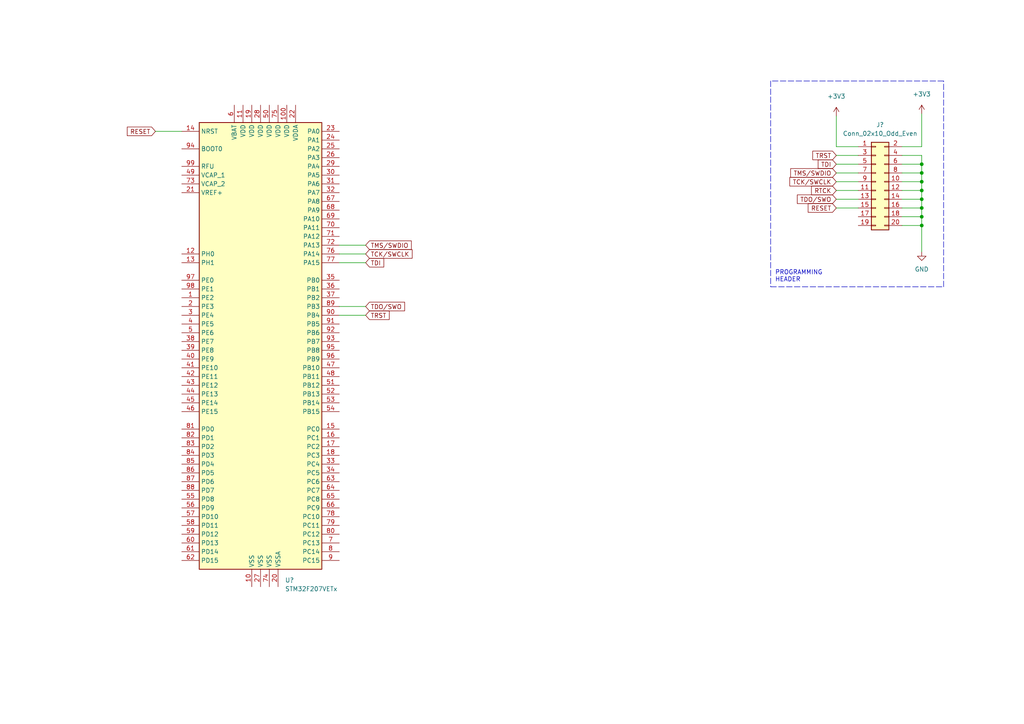
<source format=kicad_sch>
(kicad_sch (version 20211123) (generator eeschema)
  (paper "A4")
  (lib_symbols
    (symbol "Connector_Generic:Conn_02x10_Odd_Even" (pin_names (offset 1.016) hide)
      (property "Reference" "J" (at 1.27 12.7 0))
      (property "Value" "Conn_02x10_Odd_Even" (at 1.27 -15.24 0))
      (symbol "Conn_02x10_Odd_Even_1_1"
        (rectangle (start -1.27 -12.573) (end 0 -12.827) (stroke (width 0.1524)))
        (rectangle (start -1.27 -10.033) (end 0 -10.287) (stroke (width 0.1524)))
        (rectangle (start -1.27 -7.493) (end 0 -7.747) (stroke (width 0.1524)))
        (rectangle (start -1.27 -4.953) (end 0 -5.207) (stroke (width 0.1524)))
        (rectangle (start -1.27 -2.413) (end 0 -2.667) (stroke (width 0.1524)))
        (rectangle (start -1.27 0.127) (end 0 -0.127) (stroke (width 0.1524)))
        (rectangle (start -1.27 2.667) (end 0 2.413) (stroke (width 0.1524)))
        (rectangle (start -1.27 5.207) (end 0 4.953) (stroke (width 0.1524)))
        (rectangle (start -1.27 7.747) (end 0 7.493) (stroke (width 0.1524)))
        (rectangle (start -1.27 10.287) (end 0 10.033) (stroke (width 0.1524)))
        (rectangle (start -1.27 11.43) (end 3.81 -13.97) (stroke (width 0.254)) (fill (type background)))
        (rectangle (start 3.81 -12.573) (end 2.54 -12.827) (stroke (width 0.1524)))
        (rectangle (start 3.81 -10.033) (end 2.54 -10.287) (stroke (width 0.1524)))
        (rectangle (start 3.81 -7.493) (end 2.54 -7.747) (stroke (width 0.1524)))
        (rectangle (start 3.81 -4.953) (end 2.54 -5.207) (stroke (width 0.1524)))
        (rectangle (start 3.81 -2.413) (end 2.54 -2.667) (stroke (width 0.1524)))
        (rectangle (start 3.81 0.127) (end 2.54 -0.127) (stroke (width 0.1524)))
        (rectangle (start 3.81 2.667) (end 2.54 2.413) (stroke (width 0.1524)))
        (rectangle (start 3.81 5.207) (end 2.54 4.953) (stroke (width 0.1524)))
        (rectangle (start 3.81 7.747) (end 2.54 7.493) (stroke (width 0.1524)))
        (rectangle (start 3.81 10.287) (end 2.54 10.033) (stroke (width 0.1524)))
        (pin passive line (at -5.08 10.16 0) (length 3.81) (name "Pin_1") (number "1"))
        (pin passive line (at 7.62 0 180) (length 3.81) (name "Pin_10") (number "10"))
        (pin passive line (at -5.08 -2.54 0) (length 3.81) (name "Pin_11") (number "11"))
        (pin passive line (at 7.62 -2.54 180) (length 3.81) (name "Pin_12") (number "12"))
        (pin passive line (at -5.08 -5.08 0) (length 3.81) (name "Pin_13") (number "13"))
        (pin passive line (at 7.62 -5.08 180) (length 3.81) (name "Pin_14") (number "14"))
        (pin passive line (at -5.08 -7.62 0) (length 3.81) (name "Pin_15") (number "15"))
        (pin passive line (at 7.62 -7.62 180) (length 3.81) (name "Pin_16") (number "16"))
        (pin passive line (at -5.08 -10.16 0) (length 3.81) (name "Pin_17") (number "17"))
        (pin passive line (at 7.62 -10.16 180) (length 3.81) (name "Pin_18") (number "18"))
        (pin passive line (at -5.08 -12.7 0) (length 3.81) (name "Pin_19") (number "19"))
        (pin passive line (at 7.62 10.16 180) (length 3.81) (name "Pin_2") (number "2"))
        (pin passive line (at 7.62 -12.7 180) (length 3.81) (name "Pin_20") (number "20"))
        (pin passive line (at -5.08 7.62 0) (length 3.81) (name "Pin_3") (number "3"))
        (pin passive line (at 7.62 7.62 180) (length 3.81) (name "Pin_4") (number "4"))
        (pin passive line (at -5.08 5.08 0) (length 3.81) (name "Pin_5") (number "5"))
        (pin passive line (at 7.62 5.08 180) (length 3.81) (name "Pin_6") (number "6"))
        (pin passive line (at -5.08 2.54 0) (length 3.81) (name "Pin_7") (number "7"))
        (pin passive line (at 7.62 2.54 180) (length 3.81) (name "Pin_8") (number "8"))
        (pin passive line (at -5.08 0 0) (length 3.81) (name "Pin_9") (number "9"))
      )
    )
    (symbol "MCU_ST_STM32F2:STM32F207VETx"
      (property "Reference" "U" (at -17.78 64.77 0))
      (property "Value" "STM32F207VETx" (at 12.7 64.77 0))
      (symbol "STM32F207VETx_0_1"
        (rectangle (start -17.78 -66.04) (end 17.78 63.5) (stroke (width 0.254)) (fill (type background)))
      )
      (symbol "STM32F207VETx_1_1"
        (pin bidirectional line (at -22.86 12.7 0) (length 5.08) (name "PE2") (number "1"))
        (pin power_in line (at -2.54 -71.12 90) (length 5.08) (name "VSS") (number "10"))
        (pin power_in line (at 7.62 68.58 270) (length 5.08) (name "VDD") (number "100"))
        (pin power_in line (at -5.08 68.58 270) (length 5.08) (name "VDD") (number "11"))
        (pin input line (at -22.86 25.4 0) (length 5.08) (name "PH0") (number "12"))
        (pin input line (at -22.86 22.86 0) (length 5.08) (name "PH1") (number "13"))
        (pin input line (at -22.86 60.96 0) (length 5.08) (name "NRST") (number "14"))
        (pin bidirectional line (at 22.86 -25.4 180) (length 5.08) (name "PC0") (number "15"))
        (pin bidirectional line (at 22.86 -27.94 180) (length 5.08) (name "PC1") (number "16"))
        (pin bidirectional line (at 22.86 -30.48 180) (length 5.08) (name "PC2") (number "17"))
        (pin bidirectional line (at 22.86 -33.02 180) (length 5.08) (name "PC3") (number "18"))
        (pin power_in line (at -2.54 68.58 270) (length 5.08) (name "VDD") (number "19"))
        (pin bidirectional line (at -22.86 10.16 0) (length 5.08) (name "PE3") (number "2"))
        (pin power_in line (at 5.08 -71.12 90) (length 5.08) (name "VSSA") (number "20"))
        (pin power_in line (at -22.86 43.18 0) (length 5.08) (name "VREF+") (number "21"))
        (pin power_in line (at 10.16 68.58 270) (length 5.08) (name "VDDA") (number "22"))
        (pin bidirectional line (at 22.86 60.96 180) (length 5.08) (name "PA0") (number "23"))
        (pin bidirectional line (at 22.86 58.42 180) (length 5.08) (name "PA1") (number "24"))
        (pin bidirectional line (at 22.86 55.88 180) (length 5.08) (name "PA2") (number "25"))
        (pin bidirectional line (at 22.86 53.34 180) (length 5.08) (name "PA3") (number "26"))
        (pin power_in line (at 0 -71.12 90) (length 5.08) (name "VSS") (number "27"))
        (pin power_in line (at 0 68.58 270) (length 5.08) (name "VDD") (number "28"))
        (pin bidirectional line (at 22.86 50.8 180) (length 5.08) (name "PA4") (number "29"))
        (pin bidirectional line (at -22.86 7.62 0) (length 5.08) (name "PE4") (number "3"))
        (pin bidirectional line (at 22.86 48.26 180) (length 5.08) (name "PA5") (number "30"))
        (pin bidirectional line (at 22.86 45.72 180) (length 5.08) (name "PA6") (number "31"))
        (pin bidirectional line (at 22.86 43.18 180) (length 5.08) (name "PA7") (number "32"))
        (pin bidirectional line (at 22.86 -35.56 180) (length 5.08) (name "PC4") (number "33"))
        (pin bidirectional line (at 22.86 -38.1 180) (length 5.08) (name "PC5") (number "34"))
        (pin bidirectional line (at 22.86 17.78 180) (length 5.08) (name "PB0") (number "35"))
        (pin bidirectional line (at 22.86 15.24 180) (length 5.08) (name "PB1") (number "36"))
        (pin bidirectional line (at 22.86 12.7 180) (length 5.08) (name "PB2") (number "37"))
        (pin bidirectional line (at -22.86 0 0) (length 5.08) (name "PE7") (number "38"))
        (pin bidirectional line (at -22.86 -2.54 0) (length 5.08) (name "PE8") (number "39"))
        (pin bidirectional line (at -22.86 5.08 0) (length 5.08) (name "PE5") (number "4"))
        (pin bidirectional line (at -22.86 -5.08 0) (length 5.08) (name "PE9") (number "40"))
        (pin bidirectional line (at -22.86 -7.62 0) (length 5.08) (name "PE10") (number "41"))
        (pin bidirectional line (at -22.86 -10.16 0) (length 5.08) (name "PE11") (number "42"))
        (pin bidirectional line (at -22.86 -12.7 0) (length 5.08) (name "PE12") (number "43"))
        (pin bidirectional line (at -22.86 -15.24 0) (length 5.08) (name "PE13") (number "44"))
        (pin bidirectional line (at -22.86 -17.78 0) (length 5.08) (name "PE14") (number "45"))
        (pin bidirectional line (at -22.86 -20.32 0) (length 5.08) (name "PE15") (number "46"))
        (pin bidirectional line (at 22.86 -7.62 180) (length 5.08) (name "PB10") (number "47"))
        (pin bidirectional line (at 22.86 -10.16 180) (length 5.08) (name "PB11") (number "48"))
        (pin power_in line (at -22.86 48.26 0) (length 5.08) (name "VCAP_1") (number "49"))
        (pin bidirectional line (at -22.86 2.54 0) (length 5.08) (name "PE6") (number "5"))
        (pin power_in line (at 2.54 68.58 270) (length 5.08) (name "VDD") (number "50"))
        (pin bidirectional line (at 22.86 -12.7 180) (length 5.08) (name "PB12") (number "51"))
        (pin bidirectional line (at 22.86 -15.24 180) (length 5.08) (name "PB13") (number "52"))
        (pin bidirectional line (at 22.86 -17.78 180) (length 5.08) (name "PB14") (number "53"))
        (pin bidirectional line (at 22.86 -20.32 180) (length 5.08) (name "PB15") (number "54"))
        (pin bidirectional line (at -22.86 -45.72 0) (length 5.08) (name "PD8") (number "55"))
        (pin bidirectional line (at -22.86 -48.26 0) (length 5.08) (name "PD9") (number "56"))
        (pin bidirectional line (at -22.86 -50.8 0) (length 5.08) (name "PD10") (number "57"))
        (pin bidirectional line (at -22.86 -53.34 0) (length 5.08) (name "PD11") (number "58"))
        (pin bidirectional line (at -22.86 -55.88 0) (length 5.08) (name "PD12") (number "59"))
        (pin power_in line (at -7.62 68.58 270) (length 5.08) (name "VBAT") (number "6"))
        (pin bidirectional line (at -22.86 -58.42 0) (length 5.08) (name "PD13") (number "60"))
        (pin bidirectional line (at -22.86 -60.96 0) (length 5.08) (name "PD14") (number "61"))
        (pin bidirectional line (at -22.86 -63.5 0) (length 5.08) (name "PD15") (number "62"))
        (pin bidirectional line (at 22.86 -40.64 180) (length 5.08) (name "PC6") (number "63"))
        (pin bidirectional line (at 22.86 -43.18 180) (length 5.08) (name "PC7") (number "64"))
        (pin bidirectional line (at 22.86 -45.72 180) (length 5.08) (name "PC8") (number "65"))
        (pin bidirectional line (at 22.86 -48.26 180) (length 5.08) (name "PC9") (number "66"))
        (pin bidirectional line (at 22.86 40.64 180) (length 5.08) (name "PA8") (number "67"))
        (pin bidirectional line (at 22.86 38.1 180) (length 5.08) (name "PA9") (number "68"))
        (pin bidirectional line (at 22.86 35.56 180) (length 5.08) (name "PA10") (number "69"))
        (pin bidirectional line (at 22.86 -58.42 180) (length 5.08) (name "PC13") (number "7"))
        (pin bidirectional line (at 22.86 33.02 180) (length 5.08) (name "PA11") (number "70"))
        (pin bidirectional line (at 22.86 30.48 180) (length 5.08) (name "PA12") (number "71"))
        (pin bidirectional line (at 22.86 27.94 180) (length 5.08) (name "PA13") (number "72"))
        (pin power_in line (at -22.86 45.72 0) (length 5.08) (name "VCAP_2") (number "73"))
        (pin power_in line (at 2.54 -71.12 90) (length 5.08) (name "VSS") (number "74"))
        (pin power_in line (at 5.08 68.58 270) (length 5.08) (name "VDD") (number "75"))
        (pin bidirectional line (at 22.86 25.4 180) (length 5.08) (name "PA14") (number "76"))
        (pin bidirectional line (at 22.86 22.86 180) (length 5.08) (name "PA15") (number "77"))
        (pin bidirectional line (at 22.86 -50.8 180) (length 5.08) (name "PC10") (number "78"))
        (pin bidirectional line (at 22.86 -53.34 180) (length 5.08) (name "PC11") (number "79"))
        (pin bidirectional line (at 22.86 -60.96 180) (length 5.08) (name "PC14") (number "8"))
        (pin bidirectional line (at 22.86 -55.88 180) (length 5.08) (name "PC12") (number "80"))
        (pin bidirectional line (at -22.86 -25.4 0) (length 5.08) (name "PD0") (number "81"))
        (pin bidirectional line (at -22.86 -27.94 0) (length 5.08) (name "PD1") (number "82"))
        (pin bidirectional line (at -22.86 -30.48 0) (length 5.08) (name "PD2") (number "83"))
        (pin bidirectional line (at -22.86 -33.02 0) (length 5.08) (name "PD3") (number "84"))
        (pin bidirectional line (at -22.86 -35.56 0) (length 5.08) (name "PD4") (number "85"))
        (pin bidirectional line (at -22.86 -38.1 0) (length 5.08) (name "PD5") (number "86"))
        (pin bidirectional line (at -22.86 -40.64 0) (length 5.08) (name "PD6") (number "87"))
        (pin bidirectional line (at -22.86 -43.18 0) (length 5.08) (name "PD7") (number "88"))
        (pin bidirectional line (at 22.86 10.16 180) (length 5.08) (name "PB3") (number "89"))
        (pin bidirectional line (at 22.86 -63.5 180) (length 5.08) (name "PC15") (number "9"))
        (pin bidirectional line (at 22.86 7.62 180) (length 5.08) (name "PB4") (number "90"))
        (pin bidirectional line (at 22.86 5.08 180) (length 5.08) (name "PB5") (number "91"))
        (pin bidirectional line (at 22.86 2.54 180) (length 5.08) (name "PB6") (number "92"))
        (pin bidirectional line (at 22.86 0 180) (length 5.08) (name "PB7") (number "93"))
        (pin input line (at -22.86 55.88 0) (length 5.08) (name "BOOT0") (number "94"))
        (pin bidirectional line (at 22.86 -2.54 180) (length 5.08) (name "PB8") (number "95"))
        (pin bidirectional line (at 22.86 -5.08 180) (length 5.08) (name "PB9") (number "96"))
        (pin bidirectional line (at -22.86 17.78 0) (length 5.08) (name "PE0") (number "97"))
        (pin bidirectional line (at -22.86 15.24 0) (length 5.08) (name "PE1") (number "98"))
        (pin power_in line (at -22.86 50.8 0) (length 5.08) (name "RFU") (number "99"))
      )
    )
    (symbol "power:+3V3" (power) (pin_names (offset 0))
      (property "Value" "+3V3" (at 0 3.556 0))
      (symbol "+3V3_0_1"
        (polyline (pts (xy -0.762 1.27) (xy 0 2.54)))
        (polyline (pts (xy 0 0) (xy 0 2.54)))
        (polyline (pts (xy 0 2.54) (xy 0.762 1.27)))
      )
      (symbol "+3V3_1_1"
        (pin power_in line (at 0 0 90) (length 0) hide (name "+3V3") (number "1"))
      )
    )
    (symbol "power:GND" (power) (pin_names (offset 0))
      (property "Value" "GND" (at 0 -3.81 0))
      (symbol "GND_0_1"
        (polyline (pts (xy 0 0) (xy 0 -1.27) (xy 1.27 -1.27) (xy 0 -2.54) (xy -1.27 -1.27) (xy 0 -1.27)))
      )
      (symbol "GND_1_1"
        (pin power_in line (at 0 0 270) (length 0) hide (name "GND") (number "1"))
      )
    )
  )
  (junction (at 267.335 60.325))
  (junction (at 267.335 65.405))
  (junction (at 267.335 47.625))
  (junction (at 267.335 57.785))
  (junction (at 267.335 52.705))
  (junction (at 267.335 62.865))
  (junction (at 267.335 50.165))
  (junction (at 267.335 55.245))
  (wire (pts (xy 242.57 50.165) (xy 248.92 50.165)))
  (wire (pts (xy 98.425 71.12) (xy 106.045 71.12)))
  (wire (pts (xy 267.335 57.785) (xy 267.335 55.245)))
  (wire (pts (xy 261.62 65.405) (xy 267.335 65.405)))
  (wire (pts (xy 267.335 65.405) (xy 267.335 62.865)))
  (wire (pts (xy 267.335 60.325) (xy 267.335 57.785)))
  (wire (pts (xy 98.425 88.9) (xy 106.045 88.9)))
  (wire (pts (xy 261.62 42.545) (xy 267.335 42.545)))
  (wire (pts (xy 261.62 52.705) (xy 267.335 52.705)))
  (wire (pts (xy 242.57 42.545) (xy 242.57 33.655)))
  (wire (pts (xy 261.62 62.865) (xy 267.335 62.865)))
  (polyline (pts (xy 223.52 23.495) (xy 223.52 83.185)))
  (wire (pts (xy 98.425 91.44) (xy 106.045 91.44)))
  (wire (pts (xy 248.92 42.545) (xy 242.57 42.545)))
  (wire (pts (xy 261.62 55.245) (xy 267.335 55.245)))
  (wire (pts (xy 267.335 52.705) (xy 267.335 50.165)))
  (wire (pts (xy 242.57 57.785) (xy 248.92 57.785)))
  (wire (pts (xy 242.57 47.625) (xy 248.92 47.625)))
  (wire (pts (xy 242.57 45.085) (xy 248.92 45.085)))
  (polyline (pts (xy 273.685 23.495) (xy 223.52 23.495)))
  (polyline (pts (xy 273.685 83.185) (xy 273.685 23.495)))
  (wire (pts (xy 242.57 60.325) (xy 248.92 60.325)))
  (wire (pts (xy 267.335 55.245) (xy 267.335 52.705)))
  (wire (pts (xy 261.62 47.625) (xy 267.335 47.625)))
  (wire (pts (xy 242.57 52.705) (xy 248.92 52.705)))
  (wire (pts (xy 261.62 57.785) (xy 267.335 57.785)))
  (wire (pts (xy 267.335 50.165) (xy 267.335 47.625)))
  (wire (pts (xy 267.335 47.625) (xy 267.335 45.085)))
  (wire (pts (xy 267.335 62.865) (xy 267.335 60.325)))
  (wire (pts (xy 267.335 73.025) (xy 267.335 65.405)))
  (polyline (pts (xy 223.52 83.185) (xy 273.685 83.185)))
  (wire (pts (xy 242.57 55.245) (xy 248.92 55.245)))
  (wire (pts (xy 267.335 42.545) (xy 267.335 33.02)))
  (wire (pts (xy 98.425 73.66) (xy 106.045 73.66)))
  (wire (pts (xy 261.62 50.165) (xy 267.335 50.165)))
  (wire (pts (xy 261.62 60.325) (xy 267.335 60.325)))
  (wire (pts (xy 267.335 45.085) (xy 261.62 45.085)))
  (wire (pts (xy 98.425 76.2) (xy 106.045 76.2)))
  (wire (pts (xy 45.085 38.1) (xy 52.705 38.1)))
  (text "PROGRAMMING\nHEADER" (at 224.79 81.915 0) (effects (font (size 1.27 1.27)) (justify left bottom)))
  (global_label "TRST" (shape input) (at 242.57 45.085 180) (property "Intersheet References" "${INTERSHEET_REFS}" (effects hide)))
  (global_label "TRST" (shape input) (at 106.045 91.44 0) (property "Intersheet References" "${INTERSHEET_REFS}" (effects hide)))
  (global_label "RESET" (shape input) (at 242.57 60.325 180) (property "Intersheet References" "${INTERSHEET_REFS}" (effects hide)))
  (global_label "TDI" (shape input) (at 106.045 76.2 0) (property "Intersheet References" "${INTERSHEET_REFS}" (effects hide)))
  (global_label "TDI" (shape input) (at 242.57 47.625 180) (property "Intersheet References" "${INTERSHEET_REFS}" (effects hide)))
  (global_label "TMS{slash}SWDIO" (shape input) (at 242.57 50.165 180) (property "Intersheet References" "${INTERSHEET_REFS}" (effects hide)))
  (global_label "TDO{slash}SWO" (shape input) (at 242.57 57.785 180) (property "Intersheet References" "${INTERSHEET_REFS}" (effects hide)))
  (global_label "TDO{slash}SWO" (shape input) (at 106.045 88.9 0) (property "Intersheet References" "${INTERSHEET_REFS}" (effects hide)))
  (global_label "TCK{slash}SWCLK" (shape input) (at 106.045 73.66 0) (property "Intersheet References" "${INTERSHEET_REFS}" (effects hide)))
  (global_label "RTCK" (shape input) (at 242.57 55.245 180) (property "Intersheet References" "${INTERSHEET_REFS}" (effects hide)))
  (global_label "TMS{slash}SWDIO" (shape input) (at 106.045 71.12 0) (property "Intersheet References" "${INTERSHEET_REFS}" (effects hide)))
  (global_label "RESET" (shape input) (at 45.085 38.1 180) (property "Intersheet References" "${INTERSHEET_REFS}" (effects hide)))
  (global_label "TCK{slash}SWCLK" (shape input) (at 242.57 52.705 180) (property "Intersheet References" "${INTERSHEET_REFS}" (effects hide)))
  (symbol (lib_id "MCU_ST_STM32F2:STM32F207VETx") (at 75.565 99.06 0) (unit 1)
    (property "Reference" "U?" (at 82.6644 168.275 0) (effects (justify left)))
    (property "Value" "STM32F207VETx" (at 82.6644 170.815 0) (effects (justify left)))
    (property "Footprint" "Package_QFP:LQFP-100_14x14mm_P0.5mm" (effects hide))
    (property "Datasheet" "http://www.st.com/st-web-ui/static/active/en/resource/technical/document/datasheet/CD00237391.pdf" (effects hide))
  )
  (symbol (lib_id "power:+3V3") (at 242.57 33.655 0) (unit 1)
    (property "Reference" "#PWR?" (effects hide))
    (property "Value" "+3V3" (at 242.57 27.94 0))
  )
  (symbol (lib_id "power:+3V3") (at 267.335 33.02 0) (unit 1)
    (property "Reference" "#PWR?" (effects hide))
    (property "Value" "+3V3" (at 267.335 27.305 0))
  )
  (symbol (lib_id "power:GND") (at 267.335 73.025 0) (unit 1)
    (property "Reference" "#PWR?" (effects hide))
    (property "Value" "GND" (at 267.335 78.105 0))
  )
  (symbol (lib_id "Connector_Generic:Conn_02x10_Odd_Even") (at 254 52.705 0) (unit 1)
    (property "Reference" "J?" (at 255.27 36.195 0))
    (property "Value" "Conn_02x10_Odd_Even" (at 255.27 38.735 0))
  )
)
</source>
